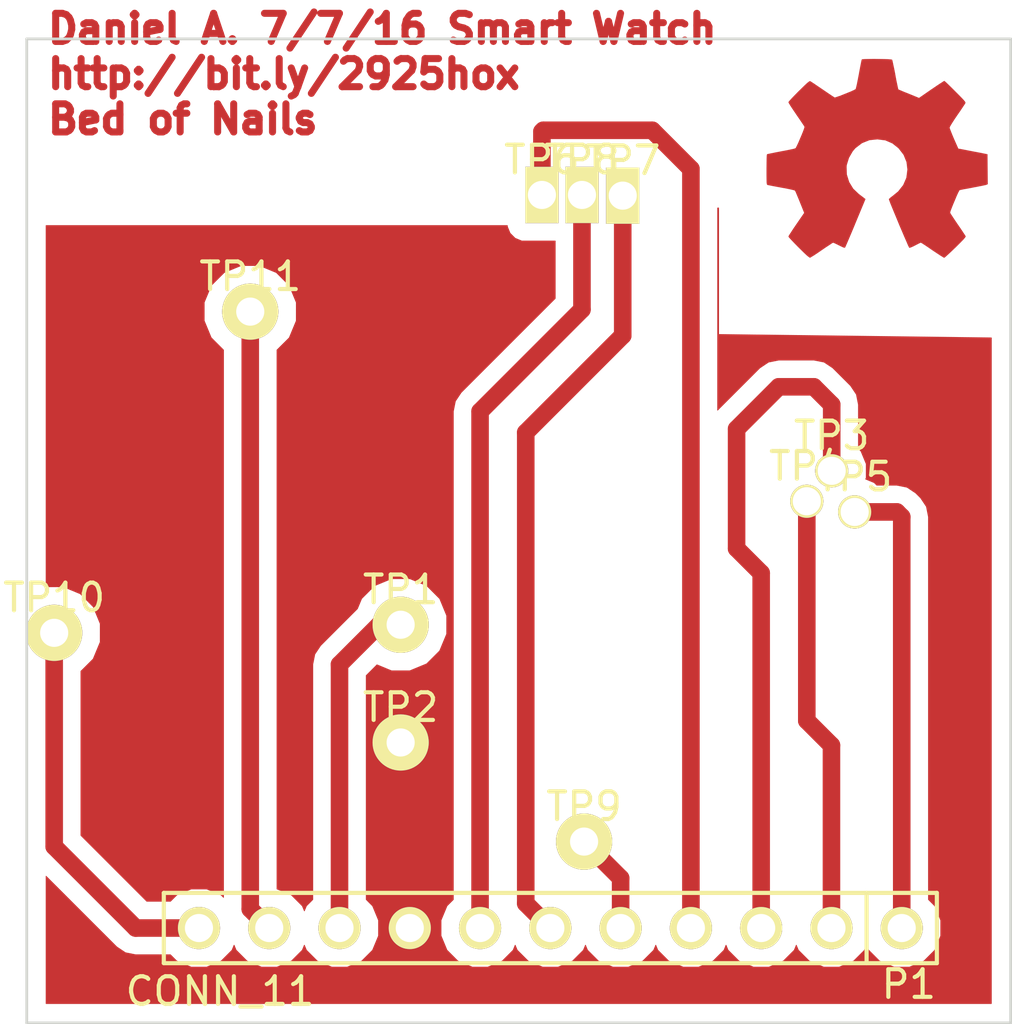
<source format=kicad_pcb>
(kicad_pcb (version 3) (host pcbnew "(2013-07-07 BZR 4022)-stable")

  (general
    (links 11)
    (no_connects 0)
    (area 105.2626 91.80703 145.161282 127.812001)
    (thickness 1.6)
    (drawings 5)
    (tracks 37)
    (zones 0)
    (modules 13)
    (nets 12)
  )

  (page A3)
  (layers
    (15 F.Cu signal)
    (0 B.Cu signal)
    (16 B.Adhes user)
    (17 F.Adhes user)
    (18 B.Paste user)
    (19 F.Paste user)
    (20 B.SilkS user)
    (21 F.SilkS user)
    (22 B.Mask user)
    (23 F.Mask user)
    (24 Dwgs.User user)
    (25 Cmts.User user)
    (26 Eco1.User user)
    (27 Eco2.User user)
    (28 Edge.Cuts user)
  )

  (setup
    (last_trace_width 0.635)
    (user_trace_width 0.254)
    (user_trace_width 0.381)
    (user_trace_width 0.508)
    (user_trace_width 0.635)
    (user_trace_width 0.762)
    (user_trace_width 0.889)
    (user_trace_width 1.016)
    (user_trace_width 1.27)
    (user_trace_width 1.524)
    (user_trace_width 1.778)
    (trace_clearance 0.254)
    (zone_clearance 0.635)
    (zone_45_only no)
    (trace_min 0.254)
    (segment_width 0.2)
    (edge_width 0.1)
    (via_size 0.889)
    (via_drill 0.635)
    (via_min_size 0.889)
    (via_min_drill 0.508)
    (uvia_size 0.508)
    (uvia_drill 0.127)
    (uvias_allowed no)
    (uvia_min_size 0.508)
    (uvia_min_drill 0.127)
    (pcb_text_width 0.3)
    (pcb_text_size 1.5 1.5)
    (mod_edge_width 0.15)
    (mod_text_size 1 1)
    (mod_text_width 0.15)
    (pad_size 1.2 1.2)
    (pad_drill 1.016)
    (pad_to_mask_clearance 0)
    (aux_axis_origin 0 0)
    (visible_elements 7FFFFFFF)
    (pcbplotparams
      (layerselection 268468224)
      (usegerberextensions true)
      (excludeedgelayer true)
      (linewidth 0.150000)
      (plotframeref false)
      (viasonmask false)
      (mode 1)
      (useauxorigin false)
      (hpglpennumber 1)
      (hpglpenspeed 20)
      (hpglpendiameter 15)
      (hpglpenoverlay 2)
      (psnegative false)
      (psa4output false)
      (plotreference true)
      (plotvalue true)
      (plotothertext true)
      (plotinvisibletext false)
      (padsonsilk false)
      (subtractmaskfromsilk false)
      (outputformat 1)
      (mirror false)
      (drillshape 0)
      (scaleselection 1)
      (outputdirectory "C:/Users/OPTIPLEX  960/Documents/Electronics/Projects/Smart Watch/KiCAD/BON-PCB/Gerbers/"))
  )

  (net 0 "")
  (net 1 /+13VDC)
  (net 2 /+3.3VDC)
  (net 3 /GND)
  (net 4 /MCLR)
  (net 5 /PGC)
  (net 6 /PGD)
  (net 7 /RTCC)
  (net 8 /SCL)
  (net 9 /SDA)
  (net 10 "/USB +5VDC")
  (net 11 /VBAT)

  (net_class Default "This is the default net class."
    (clearance 0.254)
    (trace_width 0.254)
    (via_dia 0.889)
    (via_drill 0.635)
    (uvia_dia 0.508)
    (uvia_drill 0.127)
    (add_net "")
    (add_net /+13VDC)
    (add_net /+3.3VDC)
    (add_net /GND)
    (add_net /MCLR)
    (add_net /PGC)
    (add_net /PGD)
    (add_net /RTCC)
    (add_net /SCL)
    (add_net /SDA)
    (add_net "/USB +5VDC")
    (add_net /VBAT)
  )

  (module TP_SW (layer F.Cu) (tedit 577EB1DC) (tstamp 577EB348)
    (at 127.7112 96.5708)
    (path /577EAD50)
    (fp_text reference TP6 (at 0 0) (layer F.SilkS)
      (effects (font (size 1 1) (thickness 0.15)))
    )
    (fp_text value RTCC (at 0.508 3.048) (layer F.SilkS) hide
      (effects (font (size 1 1) (thickness 0.15)))
    )
    (pad 1 thru_hole rect (at 0 1.27) (size 1.2 2.032) (drill 1.016)
      (layers *.Cu *.Mask F.SilkS)
      (net 7 /RTCC)
    )
  )

  (module TP_SW (layer F.Cu) (tedit 577EB1DC) (tstamp 577EB34D)
    (at 130.6322 96.5962)
    (path /577EAD56)
    (fp_text reference TP7 (at 0 0) (layer F.SilkS)
      (effects (font (size 1 1) (thickness 0.15)))
    )
    (fp_text value SCL (at 0.508 3.048) (layer F.SilkS) hide
      (effects (font (size 1 1) (thickness 0.15)))
    )
    (pad 1 thru_hole rect (at 0 1.27) (size 1.2 2.032) (drill 1.016)
      (layers *.Cu *.Mask F.SilkS)
      (net 8 /SCL)
    )
  )

  (module TP_SW (layer F.Cu) (tedit 577EB1DC) (tstamp 577EB352)
    (at 129.159 96.5708)
    (path /577EAD5C)
    (fp_text reference TP8 (at 0 0) (layer F.SilkS)
      (effects (font (size 1 1) (thickness 0.15)))
    )
    (fp_text value SDA (at 0.508 3.048) (layer F.SilkS) hide
      (effects (font (size 1 1) (thickness 0.15)))
    )
    (pad 1 thru_hole rect (at 0 1.27) (size 1.2 2.032) (drill 1.016)
      (layers *.Cu *.Mask F.SilkS)
      (net 9 /SDA)
    )
  )

  (module PIN-ARRAY_11x1 (layer F.Cu) (tedit 577EAFC3) (tstamp 577EB366)
    (at 133.096 124.333 180)
    (path /577EAE6B)
    (fp_text reference P1 (at -7.874 -2.032 180) (layer F.SilkS)
      (effects (font (size 1 1) (thickness 0.15)))
    )
    (fp_text value CONN_11 (at 17.018 -2.286 180) (layer F.SilkS)
      (effects (font (size 1 1) (thickness 0.15)))
    )
    (fp_line (start -6.35 -1.27) (end -6.35 1.27) (layer F.SilkS) (width 0.15))
    (fp_line (start -8.89 -1.27) (end -8.89 1.27) (layer F.SilkS) (width 0.15))
    (fp_line (start -8.89 1.27) (end 19.05 1.27) (layer F.SilkS) (width 0.15))
    (fp_line (start 19.05 1.27) (end 19.05 -1.27) (layer F.SilkS) (width 0.15))
    (fp_line (start 19.05 -1.27) (end -8.89 -1.27) (layer F.SilkS) (width 0.15))
    (pad 1 thru_hole circle (at -7.62 0 180) (size 1.524 1.524) (drill 1.016)
      (layers *.Cu *.Mask F.SilkS)
      (net 4 /MCLR)
    )
    (pad 2 thru_hole circle (at -5.08 0 180) (size 1.524 1.524) (drill 1.016)
      (layers *.Cu *.Mask F.SilkS)
      (net 5 /PGC)
    )
    (pad 3 thru_hole circle (at -2.54 0 180) (size 1.524 1.524) (drill 1.016)
      (layers *.Cu *.Mask F.SilkS)
      (net 6 /PGD)
    )
    (pad 4 thru_hole circle (at 0 0 180) (size 1.524 1.524) (drill 1.016)
      (layers *.Cu *.Mask F.SilkS)
      (net 7 /RTCC)
    )
    (pad 5 thru_hole circle (at 2.54 0 180) (size 1.524 1.524) (drill 1.016)
      (layers *.Cu *.Mask F.SilkS)
      (net 1 /+13VDC)
    )
    (pad 6 thru_hole circle (at 5.08 0 180) (size 1.524 1.524) (drill 1.016)
      (layers *.Cu *.Mask F.SilkS)
      (net 8 /SCL)
    )
    (pad 7 thru_hole circle (at 7.62 0 180) (size 1.524 1.524) (drill 1.016)
      (layers *.Cu *.Mask F.SilkS)
      (net 9 /SDA)
    )
    (pad 8 thru_hole circle (at 10.16 0 180) (size 1.524 1.524) (drill 1.016)
      (layers *.Cu *.Mask F.SilkS)
      (net 3 /GND)
    )
    (pad 9 thru_hole circle (at 12.7 0 180) (size 1.524 1.524) (drill 1.016)
      (layers *.Cu *.Mask F.SilkS)
      (net 2 /+3.3VDC)
    )
    (pad 10 thru_hole circle (at 15.24 0 180) (size 1.524 1.524) (drill 1.016)
      (layers *.Cu *.Mask F.SilkS)
      (net 11 /VBAT)
    )
    (pad 11 thru_hole circle (at 17.78 0 180) (size 1.524 1.524) (drill 1.016)
      (layers *.Cu *.Mask F.SilkS)
      (net 10 "/USB +5VDC")
    )
  )

  (module 1_Pin_0.04dia (layer F.Cu) (tedit 577EB098) (tstamp 577EB36B)
    (at 122.6058 112.1029)
    (path /577EAD17)
    (fp_text reference TP1 (at 0 0) (layer F.SilkS)
      (effects (font (size 1 1) (thickness 0.15)))
    )
    (fp_text value 3.3VDC (at 0.508 3.048) (layer F.SilkS) hide
      (effects (font (size 1 1) (thickness 0.15)))
    )
    (pad 1 thru_hole circle (at 0 1.27) (size 2.032 2.032) (drill 1.016)
      (layers *.Cu *.Mask F.SilkS)
      (net 2 /+3.3VDC)
    )
  )

  (module 1_Pin_0.04dia (layer F.Cu) (tedit 577EB098) (tstamp 577EB370)
    (at 122.6058 116.3574)
    (path /577EAD24)
    (fp_text reference TP2 (at 0 0) (layer F.SilkS)
      (effects (font (size 1 1) (thickness 0.15)))
    )
    (fp_text value GND (at 0.508 3.048) (layer F.SilkS) hide
      (effects (font (size 1 1) (thickness 0.15)))
    )
    (pad 1 thru_hole circle (at 0 1.27) (size 2.032 2.032) (drill 1.016)
      (layers *.Cu *.Mask F.SilkS)
      (net 3 /GND)
    )
  )

  (module 1_Pin_0.04dia (layer F.Cu) (tedit 577EB098) (tstamp 577EB384)
    (at 129.2352 119.9388)
    (path /577EAD62)
    (fp_text reference TP9 (at 0 0) (layer F.SilkS)
      (effects (font (size 1 1) (thickness 0.15)))
    )
    (fp_text value +13VDC (at 0.508 3.048) (layer F.SilkS) hide
      (effects (font (size 1 1) (thickness 0.15)))
    )
    (pad 1 thru_hole circle (at 0 1.27) (size 2.032 2.032) (drill 1.016)
      (layers *.Cu *.Mask F.SilkS)
      (net 1 /+13VDC)
    )
  )

  (module 1_Pin_0.04dia (layer F.Cu) (tedit 577EB098) (tstamp 577EB389)
    (at 110.0836 112.395)
    (path /577EAD68)
    (fp_text reference TP10 (at 0 0) (layer F.SilkS)
      (effects (font (size 1 1) (thickness 0.15)))
    )
    (fp_text value "USB +5VDC" (at 0.508 3.048) (layer F.SilkS) hide
      (effects (font (size 1 1) (thickness 0.15)))
    )
    (pad 1 thru_hole circle (at 0 1.27) (size 2.032 2.032) (drill 1.016)
      (layers *.Cu *.Mask F.SilkS)
      (net 10 "/USB +5VDC")
    )
  )

  (module 1_Pin_0.04dia (layer F.Cu) (tedit 577EB098) (tstamp 577EB38E)
    (at 117.1702 100.7872)
    (path /577EAD6E)
    (fp_text reference TP11 (at 0 0) (layer F.SilkS)
      (effects (font (size 1 1) (thickness 0.15)))
    )
    (fp_text value VBAT (at 0.508 3.048) (layer F.SilkS) hide
      (effects (font (size 1 1) (thickness 0.15)))
    )
    (pad 1 thru_hole circle (at 0 1.27) (size 2.032 2.032) (drill 1.016)
      (layers *.Cu *.Mask F.SilkS)
      (net 11 /VBAT)
    )
  )

  (module TP2_SW (layer F.Cu) (tedit 577EB45A) (tstamp 577EB849)
    (at 138.185 106.54)
    (path /577EAD2A)
    (fp_text reference TP3 (at 0 0) (layer F.SilkS)
      (effects (font (size 1 1) (thickness 0.15)))
    )
    (fp_text value PGD (at 0.508 3.048) (layer F.SilkS) hide
      (effects (font (size 1 1) (thickness 0.15)))
    )
    (pad 1 thru_hole circle (at 0 1.27) (size 1.2 1.2) (drill 1.016)
      (layers *.Cu *.Mask F.SilkS)
      (net 6 /PGD)
    )
  )

  (module TP2_SW (layer F.Cu) (tedit 577EB45A) (tstamp 577EB84E)
    (at 137.285 107.64)
    (path /577EAD30)
    (fp_text reference TP4 (at 0 0) (layer F.SilkS)
      (effects (font (size 1 1) (thickness 0.15)))
    )
    (fp_text value PGC (at 0.508 3.048) (layer F.SilkS) hide
      (effects (font (size 1 1) (thickness 0.15)))
    )
    (pad 1 thru_hole circle (at 0 1.27) (size 1.2 1.2) (drill 1.016)
      (layers *.Cu *.Mask F.SilkS)
      (net 5 /PGC)
    )
  )

  (module TP2_SW (layer F.Cu) (tedit 577EB45A) (tstamp 577EB853)
    (at 139.0142 108.0262)
    (path /577EAD4A)
    (fp_text reference TP5 (at 0 0) (layer F.SilkS)
      (effects (font (size 1 1) (thickness 0.15)))
    )
    (fp_text value MCLR (at 0.508 3.048) (layer F.SilkS) hide
      (effects (font (size 1 1) (thickness 0.15)))
    )
    (pad 1 thru_hole circle (at 0 1.27) (size 1.2 1.2) (drill 1.016)
      (layers *.Cu *.Mask F.SilkS)
      (net 4 /MCLR)
    )
  )

  (module OSHW-logo_copper-back_8mm (layer F.Cu) (tedit 0) (tstamp 577EBAD1)
    (at 139.827 96.52)
    (fp_text reference G*** (at 0 4.2418) (layer F.SilkS) hide
      (effects (font (size 0.36322 0.36322) (thickness 0.07112)))
    )
    (fp_text value OSHW-logo_copper-back_8mm (at 0 -4.2418) (layer F.SilkS) hide
      (effects (font (size 0.36322 0.36322) (thickness 0.07112)))
    )
    (fp_poly (pts (xy 2.42316 3.59156) (xy 2.38252 3.57124) (xy 2.28854 3.51282) (xy 2.15392 3.42392)
      (xy 1.99644 3.31978) (xy 1.83896 3.21056) (xy 1.70942 3.1242) (xy 1.61798 3.06578)
      (xy 1.57988 3.04546) (xy 1.55956 3.05054) (xy 1.48336 3.08864) (xy 1.37414 3.14452)
      (xy 1.31064 3.17754) (xy 1.21158 3.22072) (xy 1.16078 3.23088) (xy 1.15316 3.21564)
      (xy 1.11506 3.13944) (xy 1.05918 3.00736) (xy 0.98298 2.83464) (xy 0.89662 2.63144)
      (xy 0.80264 2.413) (xy 0.7112 2.18948) (xy 0.6223 1.97612) (xy 0.54356 1.78562)
      (xy 0.48006 1.63068) (xy 0.43942 1.52146) (xy 0.42418 1.47574) (xy 0.42926 1.46558)
      (xy 0.48006 1.41732) (xy 0.56642 1.35128) (xy 0.75692 1.19634) (xy 0.94234 0.96266)
      (xy 1.05664 0.6985) (xy 1.09474 0.40386) (xy 1.06172 0.13208) (xy 0.95504 -0.12954)
      (xy 0.77216 -0.36576) (xy 0.55118 -0.54102) (xy 0.2921 -0.65278) (xy 0 -0.68834)
      (xy -0.2794 -0.65786) (xy -0.5461 -0.55118) (xy -0.78232 -0.37084) (xy -0.88138 -0.25654)
      (xy -1.01854 -0.01778) (xy -1.09728 0.23876) (xy -1.1049 0.30226) (xy -1.09474 0.5842)
      (xy -1.01092 0.85344) (xy -0.8636 1.09474) (xy -0.65786 1.29032) (xy -0.62992 1.31064)
      (xy -0.53594 1.38176) (xy -0.47244 1.43002) (xy -0.42164 1.47066) (xy -0.77978 2.33172)
      (xy -0.83566 2.46888) (xy -0.93472 2.7051) (xy -1.02108 2.9083) (xy -1.08966 3.06832)
      (xy -1.13792 3.17754) (xy -1.15824 3.22072) (xy -1.16078 3.22326) (xy -1.19126 3.22834)
      (xy -1.2573 3.20294) (xy -1.37668 3.14452) (xy -1.45796 3.10388) (xy -1.5494 3.0607)
      (xy -1.59004 3.04546) (xy -1.6256 3.06324) (xy -1.71196 3.12166) (xy -1.8415 3.20548)
      (xy -1.9939 3.30962) (xy -2.14122 3.41122) (xy -2.27584 3.50012) (xy -2.3749 3.56108)
      (xy -2.42316 3.58902) (xy -2.43078 3.58902) (xy -2.47142 3.56362) (xy -2.55016 3.50012)
      (xy -2.667 3.38836) (xy -2.8321 3.2258) (xy -2.8575 3.2004) (xy -2.99466 3.0607)
      (xy -3.10642 2.94386) (xy -3.18008 2.86258) (xy -3.20548 2.82448) (xy -3.20548 2.82448)
      (xy -3.18262 2.77622) (xy -3.11912 2.6797) (xy -3.03022 2.54254) (xy -2.921 2.38252)
      (xy -2.63652 1.9685) (xy -2.794 1.57734) (xy -2.84226 1.45796) (xy -2.90322 1.31318)
      (xy -2.9464 1.20904) (xy -2.9718 1.16332) (xy -3.01244 1.14808) (xy -3.12166 1.12268)
      (xy -3.2766 1.08966) (xy -3.45948 1.05664) (xy -3.63728 1.02362) (xy -3.7973 0.99314)
      (xy -3.9116 0.97028) (xy -3.9624 0.96012) (xy -3.9751 0.9525) (xy -3.98526 0.9271)
      (xy -3.99288 0.87376) (xy -3.99542 0.77724) (xy -3.99796 0.62484) (xy -3.99796 0.40386)
      (xy -3.99796 0.381) (xy -3.99542 0.17018) (xy -3.99288 0.00254) (xy -3.9878 -0.10668)
      (xy -3.98018 -0.14986) (xy -3.98018 -0.14986) (xy -3.92938 -0.16256) (xy -3.81762 -0.18542)
      (xy -3.6576 -0.21844) (xy -3.4671 -0.254) (xy -3.45694 -0.25654) (xy -3.26644 -0.2921)
      (xy -3.10896 -0.32512) (xy -2.9972 -0.35052) (xy -2.95148 -0.36576) (xy -2.94132 -0.37846)
      (xy -2.90322 -0.45212) (xy -2.84734 -0.56896) (xy -2.78638 -0.71374) (xy -2.72288 -0.86106)
      (xy -2.66954 -0.99568) (xy -2.63398 -1.09474) (xy -2.62382 -1.14046) (xy -2.62382 -1.14046)
      (xy -2.65176 -1.18618) (xy -2.7178 -1.28524) (xy -2.80924 -1.41986) (xy -2.921 -1.58242)
      (xy -2.92862 -1.59512) (xy -3.03784 -1.75514) (xy -3.12674 -1.88976) (xy -3.18516 -1.98628)
      (xy -3.20548 -2.02946) (xy -3.20548 -2.032) (xy -3.16992 -2.08026) (xy -3.08864 -2.16916)
      (xy -2.9718 -2.29108) (xy -2.8321 -2.43332) (xy -2.78638 -2.4765) (xy -2.63144 -2.6289)
      (xy -2.52476 -2.72796) (xy -2.45618 -2.7813) (xy -2.42316 -2.794) (xy -2.42316 -2.79146)
      (xy -2.3749 -2.76352) (xy -2.2733 -2.69748) (xy -2.13614 -2.6035) (xy -1.97358 -2.49428)
      (xy -1.96342 -2.48666) (xy -1.8034 -2.37744) (xy -1.67132 -2.28854) (xy -1.5748 -2.22504)
      (xy -1.53416 -2.19964) (xy -1.52654 -2.19964) (xy -1.46304 -2.21996) (xy -1.34874 -2.25806)
      (xy -1.20904 -2.31394) (xy -1.06172 -2.37236) (xy -0.9271 -2.42824) (xy -0.8255 -2.4765)
      (xy -0.77724 -2.5019) (xy -0.77724 -2.50444) (xy -0.75946 -2.56286) (xy -0.73152 -2.68224)
      (xy -0.6985 -2.84734) (xy -0.6604 -3.04292) (xy -0.65532 -3.0734) (xy -0.61976 -3.2639)
      (xy -0.58928 -3.42138) (xy -0.56642 -3.5306) (xy -0.55372 -3.57632) (xy -0.52832 -3.5814)
      (xy -0.43434 -3.58902) (xy -0.2921 -3.59156) (xy -0.11938 -3.5941) (xy 0.06096 -3.59156)
      (xy 0.23622 -3.58902) (xy 0.38862 -3.58394) (xy 0.4953 -3.57632) (xy 0.54102 -3.56616)
      (xy 0.54356 -3.56362) (xy 0.5588 -3.5052) (xy 0.5842 -3.38582) (xy 0.61976 -3.22072)
      (xy 0.65786 -3.0226) (xy 0.66294 -2.98958) (xy 0.6985 -2.79908) (xy 0.73152 -2.64414)
      (xy 0.75438 -2.53492) (xy 0.76708 -2.49428) (xy 0.78232 -2.48412) (xy 0.86106 -2.4511)
      (xy 0.98806 -2.39776) (xy 1.14808 -2.33426) (xy 1.51384 -2.1844) (xy 1.96088 -2.49428)
      (xy 2.00406 -2.52222) (xy 2.16408 -2.63144) (xy 2.2987 -2.72034) (xy 2.39014 -2.77876)
      (xy 2.42824 -2.80162) (xy 2.43078 -2.79908) (xy 2.4765 -2.76098) (xy 2.5654 -2.67716)
      (xy 2.68732 -2.55778) (xy 2.82702 -2.41808) (xy 2.93116 -2.31394) (xy 3.05562 -2.18694)
      (xy 3.13436 -2.10312) (xy 3.17754 -2.04724) (xy 3.19278 -2.01422) (xy 3.1877 -1.9939)
      (xy 3.15976 -1.94818) (xy 3.09372 -1.84912) (xy 3.00228 -1.71196) (xy 2.89306 -1.55448)
      (xy 2.80162 -1.41986) (xy 2.7051 -1.27) (xy 2.6416 -1.16332) (xy 2.61874 -1.10998)
      (xy 2.62382 -1.08712) (xy 2.65684 -1.00076) (xy 2.71018 -0.86614) (xy 2.77622 -0.70866)
      (xy 2.9337 -0.35306) (xy 3.16738 -0.30988) (xy 3.30708 -0.28194) (xy 3.5052 -0.24384)
      (xy 3.69316 -0.20828) (xy 3.9878 -0.14986) (xy 3.99796 0.93218) (xy 3.95224 0.9525)
      (xy 3.90906 0.9652) (xy 3.79984 0.98806) (xy 3.6449 1.01854) (xy 3.45948 1.0541)
      (xy 3.30454 1.08458) (xy 3.14452 1.11252) (xy 3.03276 1.13538) (xy 2.98196 1.14554)
      (xy 2.96926 1.16332) (xy 2.92862 1.23952) (xy 2.87274 1.36144) (xy 2.81178 1.50876)
      (xy 2.74828 1.65862) (xy 2.6924 1.79832) (xy 2.65176 1.905) (xy 2.63906 1.96088)
      (xy 2.65938 2.00406) (xy 2.72034 2.0955) (xy 2.8067 2.22758) (xy 2.91338 2.38506)
      (xy 3.0226 2.54254) (xy 3.1115 2.67716) (xy 3.175 2.77368) (xy 3.2004 2.81686)
      (xy 3.1877 2.84734) (xy 3.12674 2.92354) (xy 3.00736 3.04546) (xy 2.8321 3.22072)
      (xy 2.80162 3.24866) (xy 2.66192 3.38328) (xy 2.54254 3.4925) (xy 2.46126 3.56616)
      (xy 2.42316 3.59156)) (layer F.Cu) (width 0.00254))
  )

  (gr_text "Daniel A. 7/7/16 Smart Watch \nhttp://bit.ly/2925hox\nBed of Nails" (at 109.728 93.472) (layer F.Cu)
    (effects (font (size 1.016 1.016) (thickness 0.254)) (justify left))
  )
  (gr_line (start 144.653 92.202) (end 144.653 127.762) (angle 90) (layer Edge.Cuts) (width 0.1))
  (gr_line (start 109.093 127.762) (end 109.093 92.202) (angle 90) (layer Edge.Cuts) (width 0.1))
  (gr_line (start 109.093 127.762) (end 144.653 127.762) (angle 90) (layer Edge.Cuts) (width 0.1))
  (gr_line (start 144.653 92.202) (end 109.093 92.202) (angle 90) (layer Edge.Cuts) (width 0.1))

  (segment (start 130.556 124.333) (end 130.556 122.5296) (width 0.635) (layer F.Cu) (net 1))
  (segment (start 130.556 122.5296) (end 129.2352 121.2088) (width 0.635) (layer F.Cu) (net 1) (tstamp 577EB79A))
  (segment (start 122.6058 113.3729) (end 121.8311 113.3729) (width 0.635) (layer F.Cu) (net 2))
  (segment (start 120.396 114.808) (end 120.396 124.333) (width 0.635) (layer F.Cu) (net 2) (tstamp 577EB779))
  (segment (start 121.8311 113.3729) (end 120.396 114.808) (width 0.635) (layer F.Cu) (net 2) (tstamp 577EB778))
  (segment (start 122.6058 117.6274) (end 122.6058 124.0028) (width 0.635) (layer F.Cu) (net 3))
  (segment (start 122.6058 124.0028) (end 122.936 124.333) (width 0.635) (layer F.Cu) (net 3) (tstamp 577EB77C))
  (segment (start 139.0142 109.2962) (end 140.5382 109.2962) (width 0.635) (layer F.Cu) (net 4))
  (segment (start 140.716 109.474) (end 140.716 124.333) (width 0.635) (layer F.Cu) (net 4) (tstamp 577EB7EE))
  (segment (start 140.5382 109.2962) (end 140.716 109.474) (width 0.635) (layer F.Cu) (net 4) (tstamp 577EB7EC))
  (segment (start 137.285 108.91) (end 137.285 116.838) (width 0.635) (layer F.Cu) (net 5))
  (segment (start 138.176 117.729) (end 138.176 124.333) (width 0.635) (layer F.Cu) (net 5) (tstamp 577EB7DE))
  (segment (start 137.285 116.838) (end 138.176 117.729) (width 0.635) (layer F.Cu) (net 5) (tstamp 577EB7DC))
  (segment (start 135.636 124.333) (end 135.636 111.506) (width 0.635) (layer F.Cu) (net 6))
  (segment (start 138.185 105.419) (end 138.185 107.81) (width 0.635) (layer F.Cu) (net 6) (tstamp 577EB7E8))
  (segment (start 137.541 104.775) (end 138.185 105.419) (width 0.635) (layer F.Cu) (net 6) (tstamp 577EB7E7))
  (segment (start 136.271 104.775) (end 137.541 104.775) (width 0.635) (layer F.Cu) (net 6) (tstamp 577EB7E6))
  (segment (start 134.747 106.299) (end 136.271 104.775) (width 0.635) (layer F.Cu) (net 6) (tstamp 577EB7E4))
  (segment (start 134.747 110.617) (end 134.747 106.299) (width 0.635) (layer F.Cu) (net 6) (tstamp 577EB7E3))
  (segment (start 135.636 111.506) (end 134.747 110.617) (width 0.635) (layer F.Cu) (net 6) (tstamp 577EB7E1))
  (segment (start 127.7112 97.8408) (end 127.7112 95.5548) (width 0.635) (layer F.Cu) (net 7))
  (segment (start 133.096 96.901) (end 133.096 124.333) (width 0.635) (layer F.Cu) (net 7) (tstamp 577EB7AD))
  (segment (start 131.699 95.504) (end 133.096 96.901) (width 0.635) (layer F.Cu) (net 7) (tstamp 577EB7AC))
  (segment (start 127.762 95.504) (end 131.699 95.504) (width 0.635) (layer F.Cu) (net 7) (tstamp 577EB7AB))
  (segment (start 127.7112 95.5548) (end 127.762 95.504) (width 0.635) (layer F.Cu) (net 7) (tstamp 577EB7AA))
  (segment (start 130.6322 97.8662) (end 130.6322 102.9208) (width 0.635) (layer F.Cu) (net 8))
  (segment (start 127.127 123.444) (end 128.016 124.333) (width 0.635) (layer F.Cu) (net 8) (tstamp 577EB7A7))
  (segment (start 127.127 106.426) (end 127.127 123.444) (width 0.635) (layer F.Cu) (net 8) (tstamp 577EB7A5))
  (segment (start 130.6322 102.9208) (end 127.127 106.426) (width 0.635) (layer F.Cu) (net 8) (tstamp 577EB7A3))
  (segment (start 125.476 124.333) (end 125.476 105.664) (width 0.635) (layer F.Cu) (net 9))
  (segment (start 129.159 101.981) (end 129.159 97.8408) (width 0.635) (layer F.Cu) (net 9) (tstamp 577EB79F))
  (segment (start 125.476 105.664) (end 129.159 101.981) (width 0.635) (layer F.Cu) (net 9) (tstamp 577EB79D))
  (segment (start 110.0836 113.665) (end 110.0836 121.3866) (width 0.635) (layer F.Cu) (net 10))
  (segment (start 113.03 124.333) (end 115.316 124.333) (width 0.635) (layer F.Cu) (net 10) (tstamp 577EB772))
  (segment (start 110.0836 121.3866) (end 113.03 124.333) (width 0.635) (layer F.Cu) (net 10) (tstamp 577EB76F))
  (segment (start 117.1702 102.0572) (end 117.1702 123.6472) (width 0.635) (layer F.Cu) (net 11))
  (segment (start 117.1702 123.6472) (end 117.856 124.333) (width 0.635) (layer F.Cu) (net 11) (tstamp 577EB775))

  (zone (net 3) (net_name /GND) (layer F.Cu) (tstamp 577EBAE0) (hatch edge 0.508)
    (connect_pads yes (clearance 0.635))
    (min_thickness 0.0254)
    (fill (arc_segments 16) (thermal_gap 0.508) (thermal_bridge_width 0.508))
    (polygon
      (pts
        (xy 144.526 127.635) (xy 144.399 102.997) (xy 134.112 102.87) (xy 134.112 96.012) (xy 126.492 96.012)
        (xy 126.492 98.933) (xy 109.347 98.933) (xy 109.22 127.635)
      )
    )
    (filled_polygon
      (pts
        (xy 143.9553 127.0643) (xy 109.7907 127.0643) (xy 109.7907 122.458698) (xy 112.3475 125.015499) (xy 112.347501 125.015499)
        (xy 112.55673 125.155302) (xy 112.660633 125.224728) (xy 112.660634 125.224729) (xy 113.029999 125.298199) (xy 113.03 125.2982)
        (xy 114.287638 125.2982) (xy 114.516427 125.527388) (xy 115.034363 125.742454) (xy 115.595176 125.742944) (xy 116.113487 125.528782)
        (xy 116.510388 125.132573) (xy 116.585919 124.950672) (xy 116.660218 125.130487) (xy 117.056427 125.527388) (xy 117.574363 125.742454)
        (xy 118.135176 125.742944) (xy 118.653487 125.528782) (xy 119.050388 125.132573) (xy 119.125919 124.950672) (xy 119.200218 125.130487)
        (xy 119.596427 125.527388) (xy 120.114363 125.742454) (xy 120.675176 125.742944) (xy 121.193487 125.528782) (xy 121.590388 125.132573)
        (xy 121.805454 124.614637) (xy 121.805944 124.053824) (xy 121.591782 123.535513) (xy 121.3612 123.304528) (xy 121.3612 115.207798)
        (xy 121.750021 114.818976) (xy 122.273418 115.03631) (xy 122.935278 115.036887) (xy 123.546979 114.784138) (xy 124.015393 114.31654)
        (xy 124.26921 113.705282) (xy 124.269787 113.043422) (xy 124.017038 112.431721) (xy 123.54944 111.963307) (xy 122.938182 111.70949)
        (xy 122.276322 111.708913) (xy 121.664621 111.961662) (xy 121.196207 112.42926) (xy 121.044577 112.794423) (xy 119.713501 114.125501)
        (xy 119.504271 114.438634) (xy 119.4308 114.808) (xy 119.4308 123.304638) (xy 119.201612 123.533427) (xy 119.12608 123.715327)
        (xy 119.051782 123.535513) (xy 118.655573 123.138612) (xy 118.137637 122.923546) (xy 118.1354 122.923544) (xy 118.1354 103.444458)
        (xy 118.579793 103.00084) (xy 118.83361 102.389582) (xy 118.834187 101.727722) (xy 118.581438 101.116021) (xy 118.11384 100.647607)
        (xy 117.502582 100.39379) (xy 116.840722 100.393213) (xy 116.229021 100.645962) (xy 115.760607 101.11356) (xy 115.50679 101.724818)
        (xy 115.506213 102.386678) (xy 115.758962 102.998379) (xy 116.205 103.445195) (xy 116.205 123.228195) (xy 116.115573 123.138612)
        (xy 115.597637 122.923546) (xy 115.036824 122.923056) (xy 114.518513 123.137218) (xy 114.287528 123.3678) (xy 113.429798 123.3678)
        (xy 111.0488 120.986801) (xy 111.0488 115.052258) (xy 111.493193 114.60864) (xy 111.74701 113.997382) (xy 111.747587 113.335522)
        (xy 111.494838 112.723821) (xy 111.02724 112.255407) (xy 110.415982 112.00159) (xy 109.7907 112.001044) (xy 109.7907 98.9457)
        (xy 126.463388 98.9457) (xy 126.463388 98.98507) (xy 126.561787 99.223213) (xy 126.743828 99.405573) (xy 126.981799 99.504387)
        (xy 127.23947 99.504612) (xy 128.1938 99.504612) (xy 128.1938 101.581201) (xy 124.793501 104.981501) (xy 124.584271 105.294634)
        (xy 124.5108 105.664) (xy 124.5108 123.304638) (xy 124.281612 123.533427) (xy 124.066546 124.051363) (xy 124.066056 124.612176)
        (xy 124.280218 125.130487) (xy 124.676427 125.527388) (xy 125.194363 125.742454) (xy 125.755176 125.742944) (xy 126.273487 125.528782)
        (xy 126.670388 125.132573) (xy 126.745919 124.950672) (xy 126.820218 125.130487) (xy 127.216427 125.527388) (xy 127.734363 125.742454)
        (xy 128.295176 125.742944) (xy 128.813487 125.528782) (xy 129.210388 125.132573) (xy 129.285919 124.950672) (xy 129.360218 125.130487)
        (xy 129.756427 125.527388) (xy 130.274363 125.742454) (xy 130.835176 125.742944) (xy 131.353487 125.528782) (xy 131.750388 125.132573)
        (xy 131.825919 124.950672) (xy 131.900218 125.130487) (xy 132.296427 125.527388) (xy 132.814363 125.742454) (xy 133.375176 125.742944)
        (xy 133.893487 125.528782) (xy 134.290388 125.132573) (xy 134.365919 124.950672) (xy 134.440218 125.130487) (xy 134.836427 125.527388)
        (xy 135.354363 125.742454) (xy 135.915176 125.742944) (xy 136.433487 125.528782) (xy 136.830388 125.132573) (xy 136.905919 124.950672)
        (xy 136.980218 125.130487) (xy 137.376427 125.527388) (xy 137.894363 125.742454) (xy 138.455176 125.742944) (xy 138.973487 125.528782)
        (xy 139.370388 125.132573) (xy 139.445919 124.950672) (xy 139.520218 125.130487) (xy 139.916427 125.527388) (xy 140.434363 125.742454)
        (xy 140.995176 125.742944) (xy 141.513487 125.528782) (xy 141.910388 125.132573) (xy 142.125454 124.614637) (xy 142.125944 124.053824)
        (xy 141.911782 123.535513) (xy 141.6812 123.304528) (xy 141.6812 109.474) (xy 141.619918 109.165914) (xy 141.607729 109.104634)
        (xy 141.607729 109.104633) (xy 141.398499 108.791501) (xy 141.398499 108.7915) (xy 141.220699 108.613701) (xy 140.907566 108.404471)
        (xy 140.5382 108.331) (xy 139.813658 108.331) (xy 139.721888 108.239069) (xy 139.411364 108.110128) (xy 139.432482 108.059272)
        (xy 139.432915 107.562906) (xy 139.243365 107.104159) (xy 139.1502 107.010831) (xy 139.1502 105.419) (xy 139.076729 105.049634)
        (xy 139.076728 105.049633) (xy 139.007302 104.94573) (xy 138.867499 104.736501) (xy 138.867499 104.7365) (xy 138.223499 104.092501)
        (xy 137.910366 103.883271) (xy 137.541 103.8098) (xy 136.271 103.8098) (xy 135.901634 103.883271) (xy 135.79773 103.952697)
        (xy 135.5885 104.092501) (xy 134.064501 105.616501) (xy 134.0612 105.621441) (xy 134.0612 98.3107) (xy 134.0993 98.3107)
        (xy 134.0993 102.882544) (xy 143.9553 103.004223) (xy 143.9553 127.0643)
      )
    )
  )
)

</source>
